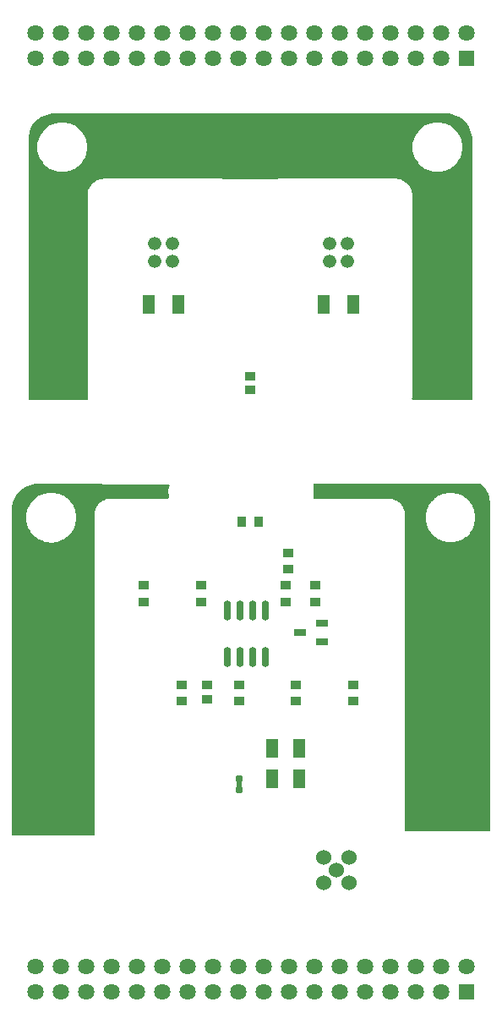
<source format=gbs>
G04*
G04 #@! TF.GenerationSoftware,Altium Limited,Altium Designer,22.4.2 (48)*
G04*
G04 Layer_Color=16711935*
%FSLAX25Y25*%
%MOIN*%
G70*
G04*
G04 #@! TF.SameCoordinates,F473D59A-574F-4481-BB9C-DFA0211E3A26*
G04*
G04*
G04 #@! TF.FilePolarity,Negative*
G04*
G01*
G75*
%ADD27O,0.02862X0.07980*%
%ADD28R,0.04043X0.03650*%
%ADD29R,0.03650X0.04043*%
%ADD33R,0.05028X0.07587*%
%ADD34C,0.06406*%
%ADD35R,0.06406X0.06406*%
%ADD36C,0.06012*%
%ADD37C,0.05280*%
%ADD40C,0.01968*%
%ADD53R,0.04831X0.02665*%
%ADD54R,0.04831X0.07193*%
G04:AMPARAMS|DCode=55|XSize=24.68mil|YSize=28.62mil|CornerRadius=7.42mil|HoleSize=0mil|Usage=FLASHONLY|Rotation=180.000|XOffset=0mil|YOffset=0mil|HoleType=Round|Shape=RoundedRectangle|*
%AMROUNDEDRECTD55*
21,1,0.02468,0.01378,0,0,180.0*
21,1,0.00984,0.02862,0,0,180.0*
1,1,0.01484,-0.00492,0.00689*
1,1,0.01484,0.00492,0.00689*
1,1,0.01484,0.00492,-0.00689*
1,1,0.01484,-0.00492,-0.00689*
%
%ADD55ROUNDEDRECTD55*%
G36*
X1417Y158616D02*
X3237Y157862D01*
X4875Y156767D01*
X6267Y155375D01*
X7362Y153737D01*
X8116Y151917D01*
X8500Y149985D01*
Y149000D01*
Y46000D01*
X-14875D01*
X-15285Y46500D01*
X-15185Y47005D01*
Y47155D01*
X-15156Y47303D01*
Y47795D01*
Y126795D01*
Y127288D01*
X-15185Y127436D01*
Y127586D01*
X-15377Y128552D01*
X-15435Y128691D01*
X-15464Y128839D01*
X-15841Y129749D01*
X-15925Y129874D01*
X-15982Y130013D01*
X-16530Y130832D01*
X-16636Y130939D01*
X-16720Y131064D01*
X-17416Y131761D01*
X-17541Y131844D01*
X-17648Y131951D01*
X-18467Y132498D01*
X-18606Y132555D01*
X-18731Y132639D01*
X-19641Y133016D01*
X-19789Y133045D01*
X-19928Y133103D01*
X-20894Y133295D01*
X-21045D01*
X-21193Y133325D01*
X-68177D01*
X-68325Y133295D01*
X-68476D01*
X-69442Y133103D01*
X-69581Y133045D01*
X-69729Y133016D01*
X-69768Y133000D01*
X-88603D01*
X-88641Y133016D01*
X-88789Y133045D01*
X-88928Y133103D01*
X-89894Y133295D01*
X-90045D01*
X-90193Y133325D01*
X-137178D01*
X-137325Y133295D01*
X-137476D01*
X-138442Y133103D01*
X-138581Y133045D01*
X-138729Y133016D01*
X-139170Y132833D01*
X-139306Y132806D01*
X-140121Y132469D01*
X-140855Y131978D01*
X-141479Y131355D01*
X-141802Y130871D01*
X-141840Y130832D01*
X-142388Y130013D01*
X-142445Y129874D01*
X-142529Y129749D01*
X-142906Y128839D01*
X-142935Y128691D01*
X-142993Y128552D01*
X-143185Y127586D01*
Y127435D01*
X-143214Y127288D01*
Y126795D01*
Y47795D01*
Y47303D01*
X-143185Y47155D01*
Y47005D01*
X-143085Y46500D01*
X-143495Y46000D01*
X-166500D01*
Y149000D01*
Y149985D01*
X-166116Y151917D01*
X-165362Y153737D01*
X-164268Y155375D01*
X-162875Y156767D01*
X-161237Y157862D01*
X-159417Y158616D01*
X-157485Y159000D01*
X-515D01*
X1417Y158616D01*
D02*
G37*
G36*
X-111170Y12752D02*
X-110874Y12349D01*
X-111014Y11897D01*
X-111285Y10135D01*
X-111207Y8353D01*
X-111041Y7679D01*
X-111350Y7285D01*
X-134485D01*
X-134632Y7256D01*
X-134783D01*
X-135749Y7064D01*
X-135888Y7006D01*
X-136036Y6977D01*
X-136946Y6600D01*
X-137071Y6516D01*
X-137210Y6459D01*
X-138029Y5911D01*
X-138136Y5805D01*
X-138261Y5721D01*
X-138957Y5025D01*
X-139041Y4899D01*
X-139147Y4793D01*
X-139695Y3974D01*
X-139752Y3835D01*
X-139836Y3710D01*
X-140213Y2800D01*
X-140242Y2652D01*
X-140300Y2513D01*
X-140492Y1547D01*
Y1396D01*
X-140522Y1248D01*
Y756D01*
Y-125500D01*
X-172599D01*
X-172783Y-125424D01*
X-172924Y-125283D01*
X-173000Y-125100D01*
Y-125000D01*
Y3000D01*
Y3985D01*
X-172616Y5917D01*
X-171862Y7737D01*
X-170767Y9375D01*
X-169375Y10768D01*
X-167737Y11862D01*
X-165917Y12616D01*
X-163985Y13000D01*
X-163000Y13000D01*
X-163000Y13000D01*
X-111170Y12752D01*
D02*
G37*
G36*
X12114Y13000D02*
Y13000D01*
X12512Y12649D01*
X13229Y11867D01*
X13860Y11013D01*
X14396Y10098D01*
X14833Y9131D01*
X15164Y8123D01*
X15388Y7086D01*
X15500Y6030D01*
X15500Y5500D01*
X15500Y-124000D01*
X-17963D01*
Y756D01*
Y1248D01*
X-17992Y1396D01*
Y1547D01*
X-18184Y2513D01*
X-18242Y2652D01*
X-18271Y2800D01*
X-18648Y3710D01*
X-18732Y3835D01*
X-18789Y3974D01*
X-19337Y4793D01*
X-19443Y4899D01*
X-19527Y5025D01*
X-20223Y5721D01*
X-20349Y5805D01*
X-20455Y5911D01*
X-21274Y6459D01*
X-21413Y6516D01*
X-21539Y6600D01*
X-22448Y6977D01*
X-22596Y7006D01*
X-22735Y7064D01*
X-23701Y7256D01*
X-23852D01*
X-24000Y7285D01*
X-54000D01*
Y13000D01*
X12114D01*
X12114Y13000D01*
D02*
G37*
%LPC*%
G36*
X-4371Y155592D02*
X-5999D01*
X-6147Y155563D01*
X-6298D01*
X-7895Y155245D01*
X-8034Y155188D01*
X-8182Y155158D01*
X-9686Y154535D01*
X-9812Y154451D01*
X-9951Y154394D01*
X-11305Y153489D01*
X-11412Y153382D01*
X-11537Y153299D01*
X-12688Y152147D01*
X-12772Y152022D01*
X-12879Y151915D01*
X-13783Y150561D01*
X-13841Y150422D01*
X-13925Y150297D01*
X-14548Y148792D01*
X-14577Y148644D01*
X-14635Y148505D01*
X-14953Y146908D01*
Y146757D01*
X-14982Y146610D01*
Y144981D01*
X-14953Y144833D01*
Y144683D01*
X-14635Y143085D01*
X-14577Y142946D01*
X-14548Y142798D01*
X-13925Y141294D01*
X-13841Y141168D01*
X-13783Y141029D01*
X-12879Y139675D01*
X-12772Y139569D01*
X-12688Y139444D01*
X-11537Y138292D01*
X-11412Y138208D01*
X-11305Y138102D01*
X-9951Y137197D01*
X-9812Y137139D01*
X-9686Y137056D01*
X-8182Y136432D01*
X-8034Y136403D01*
X-7895Y136345D01*
X-6298Y136028D01*
X-6147D01*
X-5999Y135998D01*
X-4371D01*
X-4223Y136028D01*
X-4072D01*
X-2475Y136345D01*
X-2336Y136403D01*
X-2188Y136432D01*
X-684Y137056D01*
X-558Y137139D01*
X-419Y137197D01*
X935Y138102D01*
X1041Y138208D01*
X1167Y138292D01*
X2318Y139444D01*
X2402Y139569D01*
X2509Y139675D01*
X3413Y141029D01*
X3471Y141168D01*
X3555Y141294D01*
X4178Y142798D01*
X4207Y142946D01*
X4265Y143085D01*
X4583Y144683D01*
Y144833D01*
X4612Y144981D01*
Y146610D01*
X4583Y146757D01*
Y146908D01*
X4265Y148505D01*
X4207Y148644D01*
X4178Y148792D01*
X3555Y150297D01*
X3471Y150422D01*
X3413Y150561D01*
X2509Y151915D01*
X2402Y152022D01*
X2318Y152147D01*
X1167Y153299D01*
X1041Y153382D01*
X935Y153489D01*
X-419Y154394D01*
X-558Y154451D01*
X-684Y154535D01*
X-2188Y155158D01*
X-2336Y155188D01*
X-2475Y155245D01*
X-4072Y155563D01*
X-4223D01*
X-4371Y155592D01*
D02*
G37*
G36*
X-152371D02*
X-153999D01*
X-154147Y155563D01*
X-154298D01*
X-155895Y155245D01*
X-156034Y155188D01*
X-156182Y155158D01*
X-157687Y154535D01*
X-157812Y154451D01*
X-157951Y154394D01*
X-159305Y153489D01*
X-159412Y153382D01*
X-159537Y153299D01*
X-160688Y152147D01*
X-160772Y152022D01*
X-160879Y151915D01*
X-161783Y150561D01*
X-161841Y150422D01*
X-161925Y150297D01*
X-162548Y148792D01*
X-162577Y148644D01*
X-162635Y148505D01*
X-162953Y146908D01*
Y146757D01*
X-162982Y146610D01*
Y144981D01*
X-162953Y144833D01*
Y144683D01*
X-162635Y143085D01*
X-162577Y142946D01*
X-162548Y142798D01*
X-161925Y141294D01*
X-161841Y141168D01*
X-161783Y141029D01*
X-160879Y139675D01*
X-160772Y139569D01*
X-160688Y139444D01*
X-159537Y138292D01*
X-159412Y138208D01*
X-159305Y138102D01*
X-157951Y137197D01*
X-157812Y137139D01*
X-157687Y137056D01*
X-156182Y136432D01*
X-156034Y136403D01*
X-155895Y136345D01*
X-154298Y136028D01*
X-154147D01*
X-153999Y135998D01*
X-152371D01*
X-152223Y136028D01*
X-152072D01*
X-150475Y136345D01*
X-150336Y136403D01*
X-150188Y136432D01*
X-148684Y137056D01*
X-148558Y137139D01*
X-148419Y137197D01*
X-147065Y138102D01*
X-146958Y138208D01*
X-146833Y138292D01*
X-145682Y139444D01*
X-145598Y139569D01*
X-145492Y139675D01*
X-144587Y141029D01*
X-144529Y141168D01*
X-144445Y141294D01*
X-143822Y142798D01*
X-143793Y142946D01*
X-143735Y143085D01*
X-143417Y144683D01*
Y144833D01*
X-143388Y144981D01*
Y146610D01*
X-143417Y146757D01*
Y146908D01*
X-143735Y148505D01*
X-143793Y148644D01*
X-143822Y148792D01*
X-144445Y150297D01*
X-144529Y150422D01*
X-144587Y150561D01*
X-145492Y151915D01*
X-145598Y152022D01*
X-145682Y152147D01*
X-146833Y153299D01*
X-146958Y153382D01*
X-147065Y153489D01*
X-148419Y154394D01*
X-148558Y154451D01*
X-148684Y154535D01*
X-150188Y155158D01*
X-150336Y155188D01*
X-150475Y155245D01*
X-152072Y155563D01*
X-152223D01*
X-152371Y155592D01*
D02*
G37*
G36*
X-156682Y9632D02*
X-158318D01*
X-158466Y9603D01*
X-158617D01*
X-160222Y9284D01*
X-160361Y9226D01*
X-160509Y9197D01*
X-162021Y8570D01*
X-162146Y8487D01*
X-162285Y8429D01*
X-163646Y7520D01*
X-163752Y7413D01*
X-163877Y7330D01*
X-165034Y6173D01*
X-165118Y6047D01*
X-165225Y5941D01*
X-166134Y4580D01*
X-166191Y4441D01*
X-166275Y4316D01*
X-166901Y2804D01*
X-166931Y2656D01*
X-166989Y2517D01*
X-167308Y912D01*
Y761D01*
X-167337Y613D01*
Y-1023D01*
X-167308Y-1171D01*
Y-1321D01*
X-166989Y-2926D01*
X-166931Y-3066D01*
X-166901Y-3213D01*
X-166275Y-4725D01*
X-166191Y-4850D01*
X-166134Y-4990D01*
X-165225Y-6350D01*
X-165118Y-6457D01*
X-165034Y-6582D01*
X-163877Y-7739D01*
X-163752Y-7823D01*
X-163646Y-7929D01*
X-162285Y-8839D01*
X-162146Y-8896D01*
X-162021Y-8980D01*
X-160509Y-9606D01*
X-160361Y-9635D01*
X-160222Y-9693D01*
X-158617Y-10012D01*
X-158466D01*
X-158318Y-10042D01*
X-156682D01*
X-156534Y-10012D01*
X-156383D01*
X-154778Y-9693D01*
X-154639Y-9635D01*
X-154491Y-9606D01*
X-152980Y-8980D01*
X-152854Y-8896D01*
X-152715Y-8839D01*
X-151354Y-7929D01*
X-151248Y-7823D01*
X-151123Y-7739D01*
X-149966Y-6582D01*
X-149882Y-6457D01*
X-149775Y-6350D01*
X-148866Y-4990D01*
X-148809Y-4850D01*
X-148725Y-4725D01*
X-148099Y-3213D01*
X-148069Y-3066D01*
X-148012Y-2926D01*
X-147692Y-1321D01*
Y-1171D01*
X-147663Y-1023D01*
Y613D01*
X-147692Y761D01*
Y912D01*
X-148012Y2517D01*
X-148069Y2656D01*
X-148099Y2804D01*
X-148725Y4316D01*
X-148809Y4441D01*
X-148866Y4580D01*
X-149775Y5941D01*
X-149882Y6047D01*
X-149966Y6173D01*
X-151123Y7330D01*
X-151248Y7413D01*
X-151354Y7520D01*
X-152715Y8429D01*
X-152854Y8487D01*
X-152980Y8570D01*
X-154491Y9197D01*
X-154639Y9226D01*
X-154778Y9284D01*
X-156383Y9603D01*
X-156534D01*
X-156682Y9632D01*
D02*
G37*
G36*
X795Y9592D02*
X-834D01*
X-982Y9563D01*
X-1132D01*
X-2730Y9245D01*
X-2869Y9188D01*
X-3017Y9158D01*
X-4521Y8535D01*
X-4646Y8451D01*
X-4786Y8394D01*
X-6140Y7489D01*
X-6246Y7382D01*
X-6372Y7299D01*
X-7523Y6147D01*
X-7607Y6022D01*
X-7713Y5915D01*
X-8618Y4561D01*
X-8676Y4422D01*
X-8759Y4297D01*
X-9383Y2792D01*
X-9412Y2644D01*
X-9470Y2505D01*
X-9787Y908D01*
Y757D01*
X-9817Y610D01*
Y-1019D01*
X-9787Y-1167D01*
Y-1317D01*
X-9470Y-2915D01*
X-9412Y-3054D01*
X-9383Y-3202D01*
X-8759Y-4706D01*
X-8676Y-4831D01*
X-8618Y-4971D01*
X-7713Y-6325D01*
X-7607Y-6431D01*
X-7523Y-6556D01*
X-6372Y-7708D01*
X-6246Y-7792D01*
X-6140Y-7898D01*
X-4786Y-8803D01*
X-4646Y-8861D01*
X-4521Y-8944D01*
X-3017Y-9568D01*
X-2869Y-9597D01*
X-2730Y-9655D01*
X-1132Y-9972D01*
X-982D01*
X-834Y-10002D01*
X795D01*
X942Y-9972D01*
X1093D01*
X2690Y-9655D01*
X2829Y-9597D01*
X2977Y-9568D01*
X4482Y-8944D01*
X4607Y-8861D01*
X4746Y-8803D01*
X6100Y-7898D01*
X6207Y-7792D01*
X6332Y-7708D01*
X7484Y-6556D01*
X7567Y-6431D01*
X7674Y-6325D01*
X8579Y-4971D01*
X8636Y-4831D01*
X8720Y-4706D01*
X9343Y-3202D01*
X9373Y-3054D01*
X9430Y-2915D01*
X9748Y-1317D01*
Y-1167D01*
X9777Y-1019D01*
Y610D01*
X9748Y757D01*
Y908D01*
X9430Y2505D01*
X9373Y2644D01*
X9343Y2792D01*
X8720Y4297D01*
X8636Y4422D01*
X8579Y4561D01*
X7674Y5915D01*
X7567Y6022D01*
X7484Y6147D01*
X6332Y7299D01*
X6207Y7382D01*
X6100Y7489D01*
X4746Y8394D01*
X4607Y8451D01*
X4482Y8535D01*
X2977Y9158D01*
X2829Y9188D01*
X2690Y9245D01*
X1093Y9563D01*
X942D01*
X795Y9592D01*
D02*
G37*
%LPD*%
D27*
X-88000Y-36748D02*
D03*
X-83000D02*
D03*
X-78000D02*
D03*
X-73000D02*
D03*
X-88000Y-55252D02*
D03*
X-83000D02*
D03*
X-78000D02*
D03*
X-73000D02*
D03*
D28*
X-96000Y-71756D02*
D03*
Y-66244D02*
D03*
X-38532Y-72551D02*
D03*
X-38492Y-66016D02*
D03*
X-61032Y-72551D02*
D03*
X-60992Y-66016D02*
D03*
X-83531Y-72551D02*
D03*
X-83492Y-66016D02*
D03*
X-106032Y-72551D02*
D03*
X-105992Y-66016D02*
D03*
X-64031Y-20551D02*
D03*
X-63992Y-14016D02*
D03*
X-53453Y-26937D02*
D03*
X-53492Y-33472D02*
D03*
X-64953Y-26937D02*
D03*
X-64992Y-33472D02*
D03*
X-98453Y-26937D02*
D03*
X-98492Y-33472D02*
D03*
X-120953Y-26937D02*
D03*
X-120992Y-33472D02*
D03*
X-79185Y55551D02*
D03*
Y50039D02*
D03*
D29*
X-75878Y-1744D02*
D03*
X-82413Y-1705D02*
D03*
D33*
X-107280Y83795D02*
D03*
X-119091D02*
D03*
X-38280D02*
D03*
X-50091D02*
D03*
D34*
X-163760Y190921D02*
D03*
Y180921D02*
D03*
X-153760Y190921D02*
D03*
Y180921D02*
D03*
X-143760Y190921D02*
D03*
Y180921D02*
D03*
X-133760Y190921D02*
D03*
Y180921D02*
D03*
X-123760Y190921D02*
D03*
Y180921D02*
D03*
X-113760Y190921D02*
D03*
Y180921D02*
D03*
X-103760Y190921D02*
D03*
Y180921D02*
D03*
X-93760Y190921D02*
D03*
Y180921D02*
D03*
X-83760Y190921D02*
D03*
Y180921D02*
D03*
X-73760Y190921D02*
D03*
Y180921D02*
D03*
X-63760Y190921D02*
D03*
Y180921D02*
D03*
X-53760Y190921D02*
D03*
Y180921D02*
D03*
X-43760Y190921D02*
D03*
Y180921D02*
D03*
X-33760Y190921D02*
D03*
Y180921D02*
D03*
X-23760Y190921D02*
D03*
Y180921D02*
D03*
X-13760Y190921D02*
D03*
Y180921D02*
D03*
X-3760Y190921D02*
D03*
Y180921D02*
D03*
X6240Y190921D02*
D03*
X-163760Y-177032D02*
D03*
Y-187031D02*
D03*
X-153760Y-177032D02*
D03*
Y-187031D02*
D03*
X-143760Y-177032D02*
D03*
Y-187031D02*
D03*
X-133760Y-177032D02*
D03*
Y-187031D02*
D03*
X-123760Y-177032D02*
D03*
Y-187031D02*
D03*
X-113760Y-177032D02*
D03*
Y-187031D02*
D03*
X-103760Y-177032D02*
D03*
Y-187031D02*
D03*
X-93760Y-177032D02*
D03*
Y-187031D02*
D03*
X-83760Y-177032D02*
D03*
Y-187031D02*
D03*
X-73760Y-177032D02*
D03*
Y-187031D02*
D03*
X-63760Y-177032D02*
D03*
Y-187031D02*
D03*
X-53760Y-177032D02*
D03*
Y-187031D02*
D03*
X-43760Y-177032D02*
D03*
Y-187031D02*
D03*
X-33760Y-177032D02*
D03*
Y-187031D02*
D03*
X-23760Y-177032D02*
D03*
Y-187031D02*
D03*
X-13760Y-177032D02*
D03*
Y-187031D02*
D03*
X-3760Y-177032D02*
D03*
Y-187031D02*
D03*
X6240Y-177032D02*
D03*
D35*
Y180921D02*
D03*
Y-187031D02*
D03*
D36*
X-44992Y-139244D02*
D03*
X-39992Y-144244D02*
D03*
Y-134244D02*
D03*
X-49992D02*
D03*
Y-144244D02*
D03*
D37*
X-116756Y107795D02*
D03*
X-109685D02*
D03*
Y100724D02*
D03*
X-116756D02*
D03*
X-47685Y107795D02*
D03*
X-40614D02*
D03*
Y100724D02*
D03*
X-47685D02*
D03*
D40*
X-83492Y-107508D02*
Y-102980D01*
X-83591Y-107508D02*
X-83492D01*
X-83591D02*
X-83492D01*
D53*
X-50591Y-41760D02*
D03*
X-50787Y-49240D02*
D03*
X-59488Y-45500D02*
D03*
D54*
X-59677Y-91310D02*
D03*
X-70307D02*
D03*
X-59677Y-103178D02*
D03*
X-70307D02*
D03*
D55*
X-83492Y-107390D02*
D03*
Y-103098D02*
D03*
M02*

</source>
